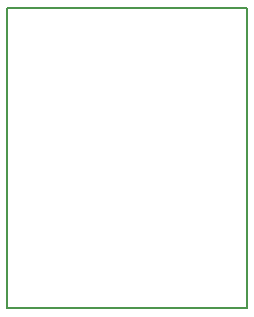
<source format=gbr>
%TF.GenerationSoftware,KiCad,Pcbnew,(6.0.10)*%
%TF.CreationDate,2023-02-16T14:38:27-08:00*%
%TF.ProjectId,lab4_ex2,6c616234-5f65-4783-922e-6b696361645f,rev?*%
%TF.SameCoordinates,Original*%
%TF.FileFunction,Profile,NP*%
%FSLAX46Y46*%
G04 Gerber Fmt 4.6, Leading zero omitted, Abs format (unit mm)*
G04 Created by KiCad (PCBNEW (6.0.10)) date 2023-02-16 14:38:27*
%MOMM*%
%LPD*%
G01*
G04 APERTURE LIST*
%TA.AperFunction,Profile*%
%ADD10C,0.200000*%
%TD*%
G04 APERTURE END LIST*
D10*
X157480000Y-111760000D02*
X137160000Y-111760000D01*
X137160000Y-111760000D02*
X137160000Y-86360000D01*
X137160000Y-86360000D02*
X157480000Y-86360000D01*
X157480000Y-86360000D02*
X157480000Y-111760000D01*
M02*

</source>
